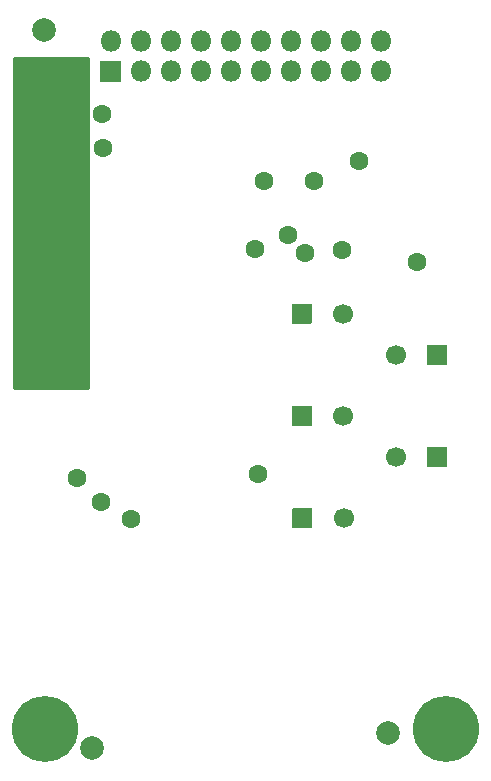
<source format=gbs>
G04 #@! TF.GenerationSoftware,KiCad,Pcbnew,(5.1.10)-1*
G04 #@! TF.CreationDate,2022-03-11T13:30:57+05:30*
G04 #@! TF.ProjectId,P-1000072_Cicada Wi-Fi,502d3130-3030-4303-9732-5f4369636164,0.1*
G04 #@! TF.SameCoordinates,PX7cee6c0PY3dfd240*
G04 #@! TF.FileFunction,Soldermask,Bot*
G04 #@! TF.FilePolarity,Negative*
%FSLAX46Y46*%
G04 Gerber Fmt 4.6, Leading zero omitted, Abs format (unit mm)*
G04 Created by KiCad (PCBNEW (5.1.10)-1) date 2022-03-11 13:30:57*
%MOMM*%
%LPD*%
G01*
G04 APERTURE LIST*
%ADD10C,1.600000*%
%ADD11O,1.800000X1.800000*%
%ADD12C,1.700000*%
%ADD13C,5.600000*%
%ADD14C,2.000000*%
%ADD15C,0.254000*%
%ADD16C,0.100000*%
G04 APERTURE END LIST*
D10*
X-12130000Y-4900000D03*
X5820000Y-10570000D03*
X-12110000Y-7790000D03*
X1590000Y-10570000D03*
X797560Y-16347440D03*
X-14269720Y-35745420D03*
X-12255500Y-37754560D03*
X-9697720Y-39151560D03*
X3622040Y-15138400D03*
X5008880Y-16687800D03*
X14490000Y-17470000D03*
X9600000Y-8870000D03*
D11*
X11455400Y1244600D03*
X11455400Y-1295400D03*
X8915400Y1244600D03*
X8915400Y-1295400D03*
X6375400Y1244600D03*
X6375400Y-1295400D03*
X3835400Y1244600D03*
X3835400Y-1295400D03*
X1295400Y1244600D03*
X1295400Y-1295400D03*
X-1244600Y1244600D03*
X-1244600Y-1295400D03*
X-3784600Y1244600D03*
X-3784600Y-1295400D03*
X-6324600Y1244600D03*
X-6324600Y-1295400D03*
X-8864600Y1244600D03*
X-8864600Y-1295400D03*
X-11404600Y1244600D03*
G36*
G01*
X-12254600Y-395400D02*
X-10554600Y-395400D01*
G75*
G02*
X-10504600Y-445400I0J-50000D01*
G01*
X-10504600Y-2145400D01*
G75*
G02*
X-10554600Y-2195400I-50000J0D01*
G01*
X-12254600Y-2195400D01*
G75*
G02*
X-12304600Y-2145400I0J50000D01*
G01*
X-12304600Y-445400D01*
G75*
G02*
X-12254600Y-395400I50000J0D01*
G01*
G37*
D10*
X1020000Y-35390000D03*
X8204200Y-16454120D03*
D12*
X8280400Y-30457140D03*
G36*
G01*
X3930400Y-31257140D02*
X3930400Y-29657140D01*
G75*
G02*
X3980400Y-29607140I50000J0D01*
G01*
X5580400Y-29607140D01*
G75*
G02*
X5630400Y-29657140I0J-50000D01*
G01*
X5630400Y-31257140D01*
G75*
G02*
X5580400Y-31307140I-50000J0D01*
G01*
X3980400Y-31307140D01*
G75*
G02*
X3930400Y-31257140I0J50000D01*
G01*
G37*
X8239760Y-21798280D03*
G36*
G01*
X3889760Y-22598280D02*
X3889760Y-20998280D01*
G75*
G02*
X3939760Y-20948280I50000J0D01*
G01*
X5539760Y-20948280D01*
G75*
G02*
X5589760Y-20998280I0J-50000D01*
G01*
X5589760Y-22598280D01*
G75*
G02*
X5539760Y-22648280I-50000J0D01*
G01*
X3939760Y-22648280D01*
G75*
G02*
X3889760Y-22598280I0J50000D01*
G01*
G37*
X12702540Y-25318720D03*
G36*
G01*
X17052540Y-24518720D02*
X17052540Y-26118720D01*
G75*
G02*
X17002540Y-26168720I-50000J0D01*
G01*
X15402540Y-26168720D01*
G75*
G02*
X15352540Y-26118720I0J50000D01*
G01*
X15352540Y-24518720D01*
G75*
G02*
X15402540Y-24468720I50000J0D01*
G01*
X17002540Y-24468720D01*
G75*
G02*
X17052540Y-24518720I0J-50000D01*
G01*
G37*
X12722860Y-33962340D03*
G36*
G01*
X17072860Y-33162340D02*
X17072860Y-34762340D01*
G75*
G02*
X17022860Y-34812340I-50000J0D01*
G01*
X15422860Y-34812340D01*
G75*
G02*
X15372860Y-34762340I0J50000D01*
G01*
X15372860Y-33162340D01*
G75*
G02*
X15422860Y-33112340I50000J0D01*
G01*
X17022860Y-33112340D01*
G75*
G02*
X17072860Y-33162340I0J-50000D01*
G01*
G37*
X8315840Y-39116000D03*
G36*
G01*
X3965840Y-39916000D02*
X3965840Y-38316000D01*
G75*
G02*
X4015840Y-38266000I50000J0D01*
G01*
X5615840Y-38266000D01*
G75*
G02*
X5665840Y-38316000I0J-50000D01*
G01*
X5665840Y-39916000D01*
G75*
G02*
X5615840Y-39966000I-50000J0D01*
G01*
X4015840Y-39966000D01*
G75*
G02*
X3965840Y-39916000I0J50000D01*
G01*
G37*
D13*
X-17000000Y-57000000D03*
D14*
X12031980Y-57343040D03*
X-12964160Y-58587640D03*
X-17096740Y2212340D03*
D13*
X17000000Y-57000000D03*
D15*
X-13377000Y-28113000D02*
X-19623000Y-28113000D01*
X-19623000Y-167000D01*
X-13377000Y-167000D01*
X-13377000Y-28113000D01*
D16*
G36*
X-13377000Y-28113000D02*
G01*
X-19623000Y-28113000D01*
X-19623000Y-167000D01*
X-13377000Y-167000D01*
X-13377000Y-28113000D01*
G37*
M02*

</source>
